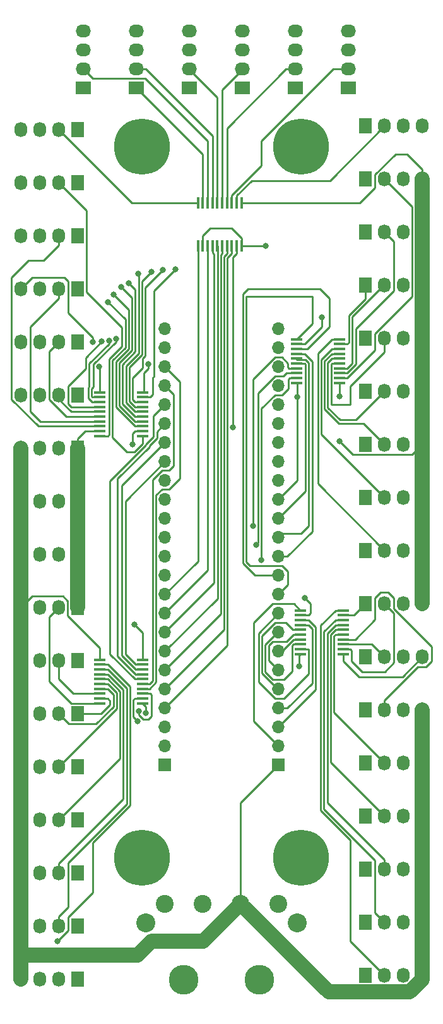
<source format=gbr>
%TF.GenerationSoftware,KiCad,Pcbnew,(5.1.8)-1*%
%TF.CreationDate,2021-05-23T23:23:44-05:00*%
%TF.ProjectId,CircuitBoardV2,43697263-7569-4744-926f-61726456322e,rev?*%
%TF.SameCoordinates,Original*%
%TF.FileFunction,Copper,L1,Top*%
%TF.FilePolarity,Positive*%
%FSLAX46Y46*%
G04 Gerber Fmt 4.6, Leading zero omitted, Abs format (unit mm)*
G04 Created by KiCad (PCBNEW (5.1.8)-1) date 2021-05-23 23:23:44*
%MOMM*%
%LPD*%
G01*
G04 APERTURE LIST*
%TA.AperFunction,SMDPad,CuDef*%
%ADD10R,1.570000X0.410000*%
%TD*%
%TA.AperFunction,ComponentPad*%
%ADD11O,1.730000X2.030000*%
%TD*%
%TA.AperFunction,ComponentPad*%
%ADD12R,1.730000X2.030000*%
%TD*%
%TA.AperFunction,ComponentPad*%
%ADD13O,1.700000X1.700000*%
%TD*%
%TA.AperFunction,ComponentPad*%
%ADD14R,1.700000X1.700000*%
%TD*%
%TA.AperFunction,ComponentPad*%
%ADD15C,7.500000*%
%TD*%
%TA.AperFunction,SMDPad,CuDef*%
%ADD16R,0.410000X1.570000*%
%TD*%
%TA.AperFunction,ComponentPad*%
%ADD17C,2.540000*%
%TD*%
%TA.AperFunction,ComponentPad*%
%ADD18C,3.990000*%
%TD*%
%TA.AperFunction,ComponentPad*%
%ADD19C,2.400000*%
%TD*%
%TA.AperFunction,ComponentPad*%
%ADD20O,2.030000X1.730000*%
%TD*%
%TA.AperFunction,ComponentPad*%
%ADD21R,2.030000X1.730000*%
%TD*%
%TA.AperFunction,ViaPad*%
%ADD22C,0.800000*%
%TD*%
%TA.AperFunction,Conductor*%
%ADD23C,2.032000*%
%TD*%
%TA.AperFunction,Conductor*%
%ADD24C,0.250000*%
%TD*%
G04 APERTURE END LIST*
D10*
%TO.P,U5,1*%
%TO.N,Net-(J22-Pad24)*%
X116408000Y-135259000D03*
%TO.P,U5,2*%
%TO.N,Net-(J21-Pad15)*%
X116408000Y-134609000D03*
%TO.P,U5,3*%
%TO.N,Net-(J22-Pad23)*%
X116408000Y-133959000D03*
%TO.P,U5,4*%
%TO.N,Net-(J22-Pad22)*%
X116408000Y-133309000D03*
%TO.P,U5,5*%
%TO.N,Net-(J22-Pad21)*%
X116408000Y-132659000D03*
%TO.P,U5,6*%
%TO.N,Net-(J22-Pad20)*%
X116408000Y-132009000D03*
%TO.P,U5,7*%
%TO.N,Net-(J22-Pad19)*%
X116408000Y-131359000D03*
%TO.P,U5,8*%
%TO.N,Net-(J22-Pad18)*%
X116408000Y-130709000D03*
%TO.P,U5,9*%
%TO.N,Net-(J22-Pad17)*%
X116408000Y-130059000D03*
%TO.P,U5,10*%
%TO.N,Net-(J21-Pad15)*%
X116408000Y-129409000D03*
%TO.P,U5,11*%
%TO.N,Net-(J1-Pad4)*%
X110668000Y-129409000D03*
%TO.P,U5,12*%
%TO.N,Net-(J42-Pad2)*%
X110668000Y-130059000D03*
%TO.P,U5,13*%
%TO.N,Net-(J41-Pad2)*%
X110668000Y-130709000D03*
%TO.P,U5,14*%
%TO.N,Net-(J40-Pad2)*%
X110668000Y-131359000D03*
%TO.P,U5,15*%
%TO.N,Net-(J39-Pad2)*%
X110668000Y-132009000D03*
%TO.P,U5,16*%
%TO.N,Net-(J38-Pad2)*%
X110668000Y-132659000D03*
%TO.P,U5,17*%
%TO.N,Net-(J37-Pad2)*%
X110668000Y-133309000D03*
%TO.P,U5,18*%
%TO.N,Net-(J36-Pad2)*%
X110668000Y-133959000D03*
%TO.P,U5,19*%
%TO.N,Net-(J1-Pad1)*%
X110668000Y-134609000D03*
%TO.P,U5,20*%
%TO.N,Net-(J35-Pad2)*%
X110668000Y-135259000D03*
%TD*%
D11*
%TO.P,J31,4*%
%TO.N,Net-(J1-Pad4)*%
X100076000Y-93980000D03*
%TO.P,J31,3*%
%TO.N,Net-(J31-Pad3)*%
X102616000Y-93980000D03*
%TO.P,J31,2*%
%TO.N,Net-(J31-Pad2)*%
X105156000Y-93980000D03*
D12*
%TO.P,J31,1*%
%TO.N,Net-(J1-Pad1)*%
X107696000Y-93980000D03*
%TD*%
D13*
%TO.P,J21,24*%
%TO.N,Net-(J21-Pad24)*%
X134620000Y-85090000D03*
%TO.P,J21,23*%
%TO.N,Net-(J21-Pad23)*%
X134620000Y-87630000D03*
%TO.P,J21,22*%
%TO.N,Net-(J21-Pad22)*%
X134620000Y-90170000D03*
%TO.P,J21,21*%
%TO.N,Net-(J21-Pad21)*%
X134620000Y-92710000D03*
%TO.P,J21,20*%
%TO.N,Net-(J21-Pad20)*%
X134620000Y-95250000D03*
%TO.P,J21,19*%
%TO.N,Net-(J21-Pad19)*%
X134620000Y-97790000D03*
%TO.P,J21,18*%
%TO.N,Net-(J21-Pad18)*%
X134620000Y-100330000D03*
%TO.P,J21,17*%
%TO.N,Net-(J21-Pad17)*%
X134620000Y-102870000D03*
%TO.P,J21,16*%
%TO.N,Net-(J21-Pad16)*%
X134620000Y-105410000D03*
%TO.P,J21,15*%
%TO.N,Net-(J21-Pad15)*%
X134620000Y-107950000D03*
%TO.P,J21,14*%
%TO.N,Net-(J21-Pad14)*%
X134620000Y-110490000D03*
%TO.P,J21,13*%
%TO.N,Net-(J21-Pad13)*%
X134620000Y-113030000D03*
%TO.P,J21,12*%
%TO.N,Net-(J21-Pad12)*%
X134620000Y-115570000D03*
%TO.P,J21,11*%
%TO.N,Net-(J21-Pad11)*%
X134620000Y-118110000D03*
%TO.P,J21,10*%
%TO.N,Net-(J21-Pad10)*%
X134620000Y-120650000D03*
%TO.P,J21,9*%
%TO.N,Net-(J21-Pad9)*%
X134620000Y-123190000D03*
%TO.P,J21,8*%
%TO.N,Net-(J21-Pad8)*%
X134620000Y-125730000D03*
%TO.P,J21,7*%
%TO.N,Net-(J21-Pad7)*%
X134620000Y-128270000D03*
%TO.P,J21,6*%
%TO.N,Net-(J21-Pad6)*%
X134620000Y-130810000D03*
%TO.P,J21,5*%
%TO.N,Net-(J21-Pad5)*%
X134620000Y-133350000D03*
%TO.P,J21,4*%
%TO.N,Net-(J21-Pad4)*%
X134620000Y-135890000D03*
%TO.P,J21,3*%
%TO.N,Net-(J21-Pad3)*%
X134620000Y-138430000D03*
%TO.P,J21,2*%
%TO.N,Net-(J21-Pad2)*%
X134620000Y-140970000D03*
D14*
%TO.P,J21,1*%
%TO.N,Net-(J1-Pad4)*%
X134620000Y-143510000D03*
%TD*%
D10*
%TO.P,U1,20*%
%TO.N,Net-(J11-Pad2)*%
X143332000Y-122805000D03*
%TO.P,U1,19*%
%TO.N,Net-(J1-Pad1)*%
X143332000Y-123455000D03*
%TO.P,U1,18*%
%TO.N,Net-(J12-Pad2)*%
X143332000Y-124105000D03*
%TO.P,U1,17*%
%TO.N,Net-(J13-Pad2)*%
X143332000Y-124755000D03*
%TO.P,U1,16*%
%TO.N,Net-(J14-Pad2)*%
X143332000Y-125405000D03*
%TO.P,U1,15*%
%TO.N,Net-(J15-Pad2)*%
X143332000Y-126055000D03*
%TO.P,U1,14*%
%TO.N,Net-(J16-Pad2)*%
X143332000Y-126705000D03*
%TO.P,U1,13*%
%TO.N,Net-(J17-Pad2)*%
X143332000Y-127355000D03*
%TO.P,U1,12*%
%TO.N,Net-(J18-Pad2)*%
X143332000Y-128005000D03*
%TO.P,U1,11*%
%TO.N,Net-(J1-Pad4)*%
X143332000Y-128655000D03*
%TO.P,U1,10*%
%TO.N,Net-(J21-Pad15)*%
X137592000Y-128655000D03*
%TO.P,U1,9*%
%TO.N,Net-(J21-Pad9)*%
X137592000Y-128005000D03*
%TO.P,U1,8*%
%TO.N,Net-(J21-Pad8)*%
X137592000Y-127355000D03*
%TO.P,U1,7*%
%TO.N,Net-(J21-Pad7)*%
X137592000Y-126705000D03*
%TO.P,U1,6*%
%TO.N,Net-(J21-Pad6)*%
X137592000Y-126055000D03*
%TO.P,U1,5*%
%TO.N,Net-(J21-Pad5)*%
X137592000Y-125405000D03*
%TO.P,U1,4*%
%TO.N,Net-(J21-Pad4)*%
X137592000Y-124755000D03*
%TO.P,U1,3*%
%TO.N,Net-(J21-Pad3)*%
X137592000Y-124105000D03*
%TO.P,U1,2*%
%TO.N,Net-(J21-Pad15)*%
X137592000Y-123455000D03*
%TO.P,U1,1*%
%TO.N,Net-(J21-Pad2)*%
X137592000Y-122805000D03*
%TD*%
D15*
%TO.P,REF\u002A\u002A,1*%
%TO.N,N/C*%
X137668000Y-60706000D03*
%TD*%
%TO.P,REF\u002A\u002A,1*%
%TO.N,N/C*%
X116332000Y-60706000D03*
%TD*%
%TO.P,REF\u002A\u002A,1*%
%TO.N,N/C*%
X137668000Y-155956000D03*
%TD*%
%TO.P,REF\u002A\u002A,1*%
%TO.N,N/C*%
X116332000Y-155956000D03*
%TD*%
D11*
%TO.P,J37,4*%
%TO.N,Net-(J1-Pad4)*%
X100076000Y-136652000D03*
%TO.P,J37,3*%
%TO.N,Net-(J37-Pad3)*%
X102616000Y-136652000D03*
%TO.P,J37,2*%
%TO.N,Net-(J37-Pad2)*%
X105156000Y-136652000D03*
D12*
%TO.P,J37,1*%
%TO.N,Net-(J1-Pad1)*%
X107696000Y-136652000D03*
%TD*%
%TO.P,J40,1*%
%TO.N,Net-(J1-Pad1)*%
X107696000Y-157988000D03*
D11*
%TO.P,J40,2*%
%TO.N,Net-(J40-Pad2)*%
X105156000Y-157988000D03*
%TO.P,J40,3*%
%TO.N,Net-(J40-Pad3)*%
X102616000Y-157988000D03*
%TO.P,J40,4*%
%TO.N,Net-(J1-Pad4)*%
X100076000Y-157988000D03*
%TD*%
D10*
%TO.P,U4,20*%
%TO.N,Net-(J27-Pad2)*%
X110668000Y-99445000D03*
%TO.P,U4,19*%
%TO.N,Net-(J1-Pad1)*%
X110668000Y-98795000D03*
%TO.P,U4,18*%
%TO.N,Net-(J28-Pad2)*%
X110668000Y-98145000D03*
%TO.P,U4,17*%
%TO.N,Net-(J29-Pad2)*%
X110668000Y-97495000D03*
%TO.P,U4,16*%
%TO.N,Net-(J30-Pad2)*%
X110668000Y-96845000D03*
%TO.P,U4,15*%
%TO.N,Net-(J31-Pad2)*%
X110668000Y-96195000D03*
%TO.P,U4,14*%
%TO.N,Net-(J32-Pad2)*%
X110668000Y-95545000D03*
%TO.P,U4,13*%
%TO.N,Net-(J33-Pad2)*%
X110668000Y-94895000D03*
%TO.P,U4,12*%
%TO.N,Net-(J34-Pad2)*%
X110668000Y-94245000D03*
%TO.P,U4,11*%
%TO.N,Net-(J1-Pad4)*%
X110668000Y-93595000D03*
%TO.P,U4,10*%
%TO.N,Net-(J21-Pad15)*%
X116408000Y-93595000D03*
%TO.P,U4,9*%
%TO.N,Net-(J21-Pad24)*%
X116408000Y-94245000D03*
%TO.P,U4,8*%
%TO.N,Net-(J21-Pad23)*%
X116408000Y-94895000D03*
%TO.P,U4,7*%
%TO.N,Net-(J21-Pad22)*%
X116408000Y-95545000D03*
%TO.P,U4,6*%
%TO.N,Net-(J21-Pad21)*%
X116408000Y-96195000D03*
%TO.P,U4,5*%
%TO.N,Net-(J21-Pad20)*%
X116408000Y-96845000D03*
%TO.P,U4,4*%
%TO.N,Net-(J21-Pad19)*%
X116408000Y-97495000D03*
%TO.P,U4,3*%
%TO.N,Net-(J21-Pad18)*%
X116408000Y-98145000D03*
%TO.P,U4,2*%
%TO.N,Net-(J21-Pad15)*%
X116408000Y-98795000D03*
%TO.P,U4,1*%
%TO.N,Net-(J21-Pad17)*%
X116408000Y-99445000D03*
%TD*%
D16*
%TO.P,U3,1*%
%TO.N,Net-(J22-Pad10)*%
X123821000Y-73990000D03*
%TO.P,U3,2*%
%TO.N,Net-(J21-Pad15)*%
X124471000Y-73990000D03*
%TO.P,U3,3*%
%TO.N,Net-(J22-Pad9)*%
X125121000Y-73990000D03*
%TO.P,U3,4*%
%TO.N,Net-(J22-Pad8)*%
X125771000Y-73990000D03*
%TO.P,U3,5*%
%TO.N,Net-(J22-Pad7)*%
X126421000Y-73990000D03*
%TO.P,U3,6*%
%TO.N,Net-(J22-Pad6)*%
X127071000Y-73990000D03*
%TO.P,U3,7*%
%TO.N,Net-(J22-Pad5)*%
X127721000Y-73990000D03*
%TO.P,U3,8*%
%TO.N,Net-(J22-Pad4)*%
X128371000Y-73990000D03*
%TO.P,U3,9*%
%TO.N,Net-(J21-Pad16)*%
X129021000Y-73990000D03*
%TO.P,U3,10*%
%TO.N,Net-(J21-Pad15)*%
X129671000Y-73990000D03*
%TO.P,U3,11*%
%TO.N,Net-(J1-Pad4)*%
X129671000Y-68250000D03*
%TO.P,U3,12*%
%TO.N,Net-(J26-Pad2)*%
X129021000Y-68250000D03*
%TO.P,U3,13*%
%TO.N,Net-(J25-Pad2)*%
X128371000Y-68250000D03*
%TO.P,U3,14*%
%TO.N,Net-(J24-Pad2)*%
X127721000Y-68250000D03*
%TO.P,U3,15*%
%TO.N,Net-(J23-Pad2)*%
X127071000Y-68250000D03*
%TO.P,U3,16*%
%TO.N,Net-(J10-Pad2)*%
X126421000Y-68250000D03*
%TO.P,U3,17*%
%TO.N,Net-(J6-Pad2)*%
X125771000Y-68250000D03*
%TO.P,U3,18*%
%TO.N,Net-(J9-Pad2)*%
X125121000Y-68250000D03*
%TO.P,U3,19*%
%TO.N,Net-(J1-Pad1)*%
X124471000Y-68250000D03*
%TO.P,U3,20*%
%TO.N,Net-(J8-Pad2)*%
X123821000Y-68250000D03*
%TD*%
D10*
%TO.P,U2,20*%
%TO.N,Net-(J19-Pad2)*%
X142824000Y-86483000D03*
%TO.P,U2,19*%
%TO.N,Net-(J1-Pad1)*%
X142824000Y-87133000D03*
%TO.P,U2,18*%
%TO.N,Net-(J20-Pad2)*%
X142824000Y-87783000D03*
%TO.P,U2,17*%
%TO.N,Net-(J3-Pad2)*%
X142824000Y-88433000D03*
%TO.P,U2,16*%
%TO.N,Net-(J1-Pad2)*%
X142824000Y-89083000D03*
%TO.P,U2,15*%
%TO.N,Net-(J2-Pad2)*%
X142824000Y-89733000D03*
%TO.P,U2,14*%
%TO.N,Net-(J4-Pad2)*%
X142824000Y-90383000D03*
%TO.P,U2,13*%
%TO.N,Net-(J5-Pad2)*%
X142824000Y-91033000D03*
%TO.P,U2,12*%
%TO.N,Net-(J7-Pad2)*%
X142824000Y-91683000D03*
%TO.P,U2,11*%
%TO.N,Net-(J1-Pad4)*%
X142824000Y-92333000D03*
%TO.P,U2,10*%
%TO.N,Net-(J21-Pad15)*%
X137084000Y-92333000D03*
%TO.P,U2,9*%
%TO.N,Net-(J22-Pad11)*%
X137084000Y-91683000D03*
%TO.P,U2,8*%
%TO.N,Net-(J22-Pad12)*%
X137084000Y-91033000D03*
%TO.P,U2,7*%
%TO.N,Net-(J22-Pad13)*%
X137084000Y-90383000D03*
%TO.P,U2,6*%
%TO.N,Net-(J21-Pad14)*%
X137084000Y-89733000D03*
%TO.P,U2,5*%
%TO.N,Net-(J21-Pad13)*%
X137084000Y-89083000D03*
%TO.P,U2,4*%
%TO.N,Net-(J21-Pad12)*%
X137084000Y-88433000D03*
%TO.P,U2,3*%
%TO.N,Net-(J21-Pad11)*%
X137084000Y-87783000D03*
%TO.P,U2,2*%
%TO.N,Net-(J21-Pad15)*%
X137084000Y-87133000D03*
%TO.P,U2,1*%
%TO.N,Net-(J21-Pad10)*%
X137084000Y-86483000D03*
%TD*%
D11*
%TO.P,J5,4*%
%TO.N,Net-(J1-Pad4)*%
X153924000Y-72136000D03*
%TO.P,J5,3*%
%TO.N,Net-(J5-Pad3)*%
X151384000Y-72136000D03*
%TO.P,J5,2*%
%TO.N,Net-(J5-Pad2)*%
X148844000Y-72136000D03*
D12*
%TO.P,J5,1*%
%TO.N,Net-(J1-Pad1)*%
X146304000Y-72136000D03*
%TD*%
D11*
%TO.P,J1,4*%
%TO.N,Net-(J1-Pad4)*%
X153924000Y-93472000D03*
%TO.P,J1,3*%
%TO.N,Net-(J1-Pad3)*%
X151384000Y-93472000D03*
%TO.P,J1,2*%
%TO.N,Net-(J1-Pad2)*%
X148844000Y-93472000D03*
D12*
%TO.P,J1,1*%
%TO.N,Net-(J1-Pad1)*%
X146304000Y-93472000D03*
%TD*%
D11*
%TO.P,J3,4*%
%TO.N,Net-(J1-Pad4)*%
X153924000Y-100584000D03*
%TO.P,J3,3*%
%TO.N,Net-(J3-Pad3)*%
X151384000Y-100584000D03*
%TO.P,J3,2*%
%TO.N,Net-(J3-Pad2)*%
X148844000Y-100584000D03*
D12*
%TO.P,J3,1*%
%TO.N,Net-(J1-Pad1)*%
X146304000Y-100584000D03*
%TD*%
D11*
%TO.P,J35,4*%
%TO.N,Net-(J1-Pad4)*%
X100076000Y-122428000D03*
%TO.P,J35,3*%
%TO.N,Net-(J35-Pad3)*%
X102616000Y-122428000D03*
%TO.P,J35,2*%
%TO.N,Net-(J35-Pad2)*%
X105156000Y-122428000D03*
D12*
%TO.P,J35,1*%
%TO.N,Net-(J1-Pad1)*%
X107696000Y-122428000D03*
%TD*%
%TO.P,J38,1*%
%TO.N,Net-(J1-Pad1)*%
X107696000Y-143764000D03*
D11*
%TO.P,J38,2*%
%TO.N,Net-(J38-Pad2)*%
X105156000Y-143764000D03*
%TO.P,J38,3*%
%TO.N,Net-(J38-Pad3)*%
X102616000Y-143764000D03*
%TO.P,J38,4*%
%TO.N,Net-(J1-Pad4)*%
X100076000Y-143764000D03*
%TD*%
%TO.P,J36,4*%
%TO.N,Net-(J1-Pad4)*%
X100076000Y-129540000D03*
%TO.P,J36,3*%
%TO.N,Net-(J36-Pad3)*%
X102616000Y-129540000D03*
%TO.P,J36,2*%
%TO.N,Net-(J36-Pad2)*%
X105156000Y-129540000D03*
D12*
%TO.P,J36,1*%
%TO.N,Net-(J1-Pad1)*%
X107696000Y-129540000D03*
%TD*%
%TO.P,J39,1*%
%TO.N,Net-(J1-Pad1)*%
X107696000Y-150876000D03*
D11*
%TO.P,J39,2*%
%TO.N,Net-(J39-Pad2)*%
X105156000Y-150876000D03*
%TO.P,J39,3*%
%TO.N,Net-(J39-Pad3)*%
X102616000Y-150876000D03*
%TO.P,J39,4*%
%TO.N,Net-(J1-Pad4)*%
X100076000Y-150876000D03*
%TD*%
D12*
%TO.P,J41,1*%
%TO.N,Net-(J1-Pad1)*%
X107696000Y-165100000D03*
D11*
%TO.P,J41,2*%
%TO.N,Net-(J41-Pad2)*%
X105156000Y-165100000D03*
%TO.P,J41,3*%
%TO.N,Net-(J41-Pad3)*%
X102616000Y-165100000D03*
%TO.P,J41,4*%
%TO.N,Net-(J1-Pad4)*%
X100076000Y-165100000D03*
%TD*%
D17*
%TO.P,JMolex1,8*%
%TO.N,N/C*%
X116840000Y-164635000D03*
D18*
%TO.P,JMolex1,7*%
X121920000Y-172255000D03*
%TO.P,JMolex1,6*%
X132080000Y-172255000D03*
D17*
%TO.P,JMolex1,5*%
X137160000Y-164635000D03*
D19*
%TO.P,JMolex1,4*%
%TO.N,Net-(J1-Pad1)*%
X134620000Y-162095000D03*
%TO.P,JMolex1,3*%
%TO.N,Net-(J1-Pad4)*%
X129540000Y-162095000D03*
%TO.P,JMolex1,2*%
%TO.N,Net-(JMolex1-Pad2)*%
X124460000Y-162095000D03*
%TO.P,JMolex1,1*%
%TO.N,Net-(JMolex1-Pad1)*%
X119380000Y-162095000D03*
%TD*%
D12*
%TO.P,J42,1*%
%TO.N,Net-(J1-Pad1)*%
X107696000Y-172212000D03*
D11*
%TO.P,J42,2*%
%TO.N,Net-(J42-Pad2)*%
X105156000Y-172212000D03*
%TO.P,J42,3*%
%TO.N,Net-(J42-Pad3)*%
X102616000Y-172212000D03*
%TO.P,J42,4*%
%TO.N,Net-(J1-Pad4)*%
X100076000Y-172212000D03*
%TD*%
%TO.P,J34,4*%
%TO.N,Net-(J1-Pad4)*%
X100076000Y-115316000D03*
%TO.P,J34,3*%
%TO.N,Net-(J34-Pad3)*%
X102616000Y-115316000D03*
%TO.P,J34,2*%
%TO.N,Net-(J34-Pad2)*%
X105156000Y-115316000D03*
D12*
%TO.P,J34,1*%
%TO.N,Net-(J1-Pad1)*%
X107696000Y-115316000D03*
%TD*%
D11*
%TO.P,J33,4*%
%TO.N,Net-(J1-Pad4)*%
X100076000Y-108204000D03*
%TO.P,J33,3*%
%TO.N,Net-(J33-Pad3)*%
X102616000Y-108204000D03*
%TO.P,J33,2*%
%TO.N,Net-(J33-Pad2)*%
X105156000Y-108204000D03*
D12*
%TO.P,J33,1*%
%TO.N,Net-(J1-Pad1)*%
X107696000Y-108204000D03*
%TD*%
D11*
%TO.P,J32,4*%
%TO.N,Net-(J1-Pad4)*%
X100076000Y-101092000D03*
%TO.P,J32,3*%
%TO.N,Net-(J32-Pad3)*%
X102616000Y-101092000D03*
%TO.P,J32,2*%
%TO.N,Net-(J32-Pad2)*%
X105156000Y-101092000D03*
D12*
%TO.P,J32,1*%
%TO.N,Net-(J1-Pad1)*%
X107696000Y-101092000D03*
%TD*%
D11*
%TO.P,J30,4*%
%TO.N,Net-(J1-Pad4)*%
X100076000Y-86868000D03*
%TO.P,J30,3*%
%TO.N,Net-(J30-Pad3)*%
X102616000Y-86868000D03*
%TO.P,J30,2*%
%TO.N,Net-(J30-Pad2)*%
X105156000Y-86868000D03*
D12*
%TO.P,J30,1*%
%TO.N,Net-(J1-Pad1)*%
X107696000Y-86868000D03*
%TD*%
D11*
%TO.P,J29,4*%
%TO.N,Net-(J1-Pad4)*%
X100076000Y-79756000D03*
%TO.P,J29,3*%
%TO.N,Net-(J29-Pad3)*%
X102616000Y-79756000D03*
%TO.P,J29,2*%
%TO.N,Net-(J29-Pad2)*%
X105156000Y-79756000D03*
D12*
%TO.P,J29,1*%
%TO.N,Net-(J1-Pad1)*%
X107696000Y-79756000D03*
%TD*%
D11*
%TO.P,J28,4*%
%TO.N,Net-(J1-Pad4)*%
X100076000Y-72644000D03*
%TO.P,J28,3*%
%TO.N,Net-(J28-Pad3)*%
X102616000Y-72644000D03*
%TO.P,J28,2*%
%TO.N,Net-(J28-Pad2)*%
X105156000Y-72644000D03*
D12*
%TO.P,J28,1*%
%TO.N,Net-(J1-Pad1)*%
X107696000Y-72644000D03*
%TD*%
D11*
%TO.P,J27,4*%
%TO.N,Net-(J1-Pad4)*%
X100076000Y-65532000D03*
%TO.P,J27,3*%
%TO.N,Net-(J27-Pad3)*%
X102616000Y-65532000D03*
%TO.P,J27,2*%
%TO.N,Net-(J27-Pad2)*%
X105156000Y-65532000D03*
D12*
%TO.P,J27,1*%
%TO.N,Net-(J1-Pad1)*%
X107696000Y-65532000D03*
%TD*%
D11*
%TO.P,J26,4*%
%TO.N,Net-(J1-Pad4)*%
X153924000Y-57912000D03*
%TO.P,J26,3*%
%TO.N,Net-(J26-Pad3)*%
X151384000Y-57912000D03*
%TO.P,J26,2*%
%TO.N,Net-(J26-Pad2)*%
X148844000Y-57912000D03*
D12*
%TO.P,J26,1*%
%TO.N,Net-(J1-Pad1)*%
X146304000Y-57912000D03*
%TD*%
D20*
%TO.P,J25,4*%
%TO.N,Net-(J1-Pad4)*%
X144018000Y-45212000D03*
%TO.P,J25,3*%
%TO.N,Net-(J25-Pad3)*%
X144018000Y-47752000D03*
%TO.P,J25,2*%
%TO.N,Net-(J25-Pad2)*%
X144018000Y-50292000D03*
D21*
%TO.P,J25,1*%
%TO.N,Net-(J1-Pad1)*%
X144018000Y-52832000D03*
%TD*%
D20*
%TO.P,J24,4*%
%TO.N,Net-(J1-Pad4)*%
X136906000Y-45212000D03*
%TO.P,J24,3*%
%TO.N,Net-(J24-Pad3)*%
X136906000Y-47752000D03*
%TO.P,J24,2*%
%TO.N,Net-(J24-Pad2)*%
X136906000Y-50292000D03*
D21*
%TO.P,J24,1*%
%TO.N,Net-(J1-Pad1)*%
X136906000Y-52832000D03*
%TD*%
D20*
%TO.P,J23,4*%
%TO.N,Net-(J1-Pad4)*%
X129794000Y-45212000D03*
%TO.P,J23,3*%
%TO.N,Net-(J23-Pad3)*%
X129794000Y-47752000D03*
%TO.P,J23,2*%
%TO.N,Net-(J23-Pad2)*%
X129794000Y-50292000D03*
D21*
%TO.P,J23,1*%
%TO.N,Net-(J1-Pad1)*%
X129794000Y-52832000D03*
%TD*%
D13*
%TO.P,J22,24*%
%TO.N,Net-(J22-Pad24)*%
X119380000Y-85090000D03*
%TO.P,J22,23*%
%TO.N,Net-(J22-Pad23)*%
X119380000Y-87630000D03*
%TO.P,J22,22*%
%TO.N,Net-(J22-Pad22)*%
X119380000Y-90170000D03*
%TO.P,J22,21*%
%TO.N,Net-(J22-Pad21)*%
X119380000Y-92710000D03*
%TO.P,J22,20*%
%TO.N,Net-(J22-Pad20)*%
X119380000Y-95250000D03*
%TO.P,J22,19*%
%TO.N,Net-(J22-Pad19)*%
X119380000Y-97790000D03*
%TO.P,J22,18*%
%TO.N,Net-(J22-Pad18)*%
X119380000Y-100330000D03*
%TO.P,J22,17*%
%TO.N,Net-(J22-Pad17)*%
X119380000Y-102870000D03*
%TO.P,J22,16*%
%TO.N,Net-(J22-Pad16)*%
X119380000Y-105410000D03*
%TO.P,J22,15*%
%TO.N,Net-(J22-Pad15)*%
X119380000Y-107950000D03*
%TO.P,J22,14*%
%TO.N,Net-(J22-Pad14)*%
X119380000Y-110490000D03*
%TO.P,J22,13*%
%TO.N,Net-(J22-Pad13)*%
X119380000Y-113030000D03*
%TO.P,J22,12*%
%TO.N,Net-(J22-Pad12)*%
X119380000Y-115570000D03*
%TO.P,J22,11*%
%TO.N,Net-(J22-Pad11)*%
X119380000Y-118110000D03*
%TO.P,J22,10*%
%TO.N,Net-(J22-Pad10)*%
X119380000Y-120650000D03*
%TO.P,J22,9*%
%TO.N,Net-(J22-Pad9)*%
X119380000Y-123190000D03*
%TO.P,J22,8*%
%TO.N,Net-(J22-Pad8)*%
X119380000Y-125730000D03*
%TO.P,J22,7*%
%TO.N,Net-(J22-Pad7)*%
X119380000Y-128270000D03*
%TO.P,J22,6*%
%TO.N,Net-(J22-Pad6)*%
X119380000Y-130810000D03*
%TO.P,J22,5*%
%TO.N,Net-(J22-Pad5)*%
X119380000Y-133350000D03*
%TO.P,J22,4*%
%TO.N,Net-(J22-Pad4)*%
X119380000Y-135890000D03*
%TO.P,J22,3*%
%TO.N,Net-(J22-Pad3)*%
X119380000Y-138430000D03*
%TO.P,J22,2*%
%TO.N,Net-(J22-Pad2)*%
X119380000Y-140970000D03*
D14*
%TO.P,J22,1*%
%TO.N,Net-(J22-Pad1)*%
X119380000Y-143510000D03*
%TD*%
D11*
%TO.P,J20,4*%
%TO.N,Net-(J1-Pad4)*%
X153924000Y-107696000D03*
%TO.P,J20,3*%
%TO.N,Net-(J20-Pad3)*%
X151384000Y-107696000D03*
%TO.P,J20,2*%
%TO.N,Net-(J20-Pad2)*%
X148844000Y-107696000D03*
D12*
%TO.P,J20,1*%
%TO.N,Net-(J1-Pad1)*%
X146304000Y-107696000D03*
%TD*%
D11*
%TO.P,J19,4*%
%TO.N,Net-(J1-Pad4)*%
X153924000Y-114808000D03*
%TO.P,J19,3*%
%TO.N,Net-(J19-Pad3)*%
X151384000Y-114808000D03*
%TO.P,J19,2*%
%TO.N,Net-(J19-Pad2)*%
X148844000Y-114808000D03*
D12*
%TO.P,J19,1*%
%TO.N,Net-(J1-Pad1)*%
X146304000Y-114808000D03*
%TD*%
D11*
%TO.P,J18,4*%
%TO.N,Net-(J1-Pad4)*%
X153924000Y-121920000D03*
%TO.P,J18,3*%
%TO.N,Net-(J18-Pad3)*%
X151384000Y-121920000D03*
%TO.P,J18,2*%
%TO.N,Net-(J18-Pad2)*%
X148844000Y-121920000D03*
D12*
%TO.P,J18,1*%
%TO.N,Net-(J1-Pad1)*%
X146304000Y-121920000D03*
%TD*%
D11*
%TO.P,J17,4*%
%TO.N,Net-(J1-Pad4)*%
X153924000Y-129032000D03*
%TO.P,J17,3*%
%TO.N,Net-(J17-Pad3)*%
X151384000Y-129032000D03*
%TO.P,J17,2*%
%TO.N,Net-(J17-Pad2)*%
X148844000Y-129032000D03*
D12*
%TO.P,J17,1*%
%TO.N,Net-(J1-Pad1)*%
X146304000Y-129032000D03*
%TD*%
D11*
%TO.P,J16,4*%
%TO.N,Net-(J1-Pad4)*%
X153924000Y-136144000D03*
%TO.P,J16,3*%
%TO.N,Net-(J16-Pad3)*%
X151384000Y-136144000D03*
%TO.P,J16,2*%
%TO.N,Net-(J16-Pad2)*%
X148844000Y-136144000D03*
D12*
%TO.P,J16,1*%
%TO.N,Net-(J1-Pad1)*%
X146304000Y-136144000D03*
%TD*%
D11*
%TO.P,J15,4*%
%TO.N,Net-(J1-Pad4)*%
X153924000Y-143256000D03*
%TO.P,J15,3*%
%TO.N,Net-(J15-Pad3)*%
X151384000Y-143256000D03*
%TO.P,J15,2*%
%TO.N,Net-(J15-Pad2)*%
X148844000Y-143256000D03*
D12*
%TO.P,J15,1*%
%TO.N,Net-(J1-Pad1)*%
X146304000Y-143256000D03*
%TD*%
D11*
%TO.P,J14,4*%
%TO.N,Net-(J1-Pad4)*%
X153924000Y-150368000D03*
%TO.P,J14,3*%
%TO.N,Net-(J14-Pad3)*%
X151384000Y-150368000D03*
%TO.P,J14,2*%
%TO.N,Net-(J14-Pad2)*%
X148844000Y-150368000D03*
D12*
%TO.P,J14,1*%
%TO.N,Net-(J1-Pad1)*%
X146304000Y-150368000D03*
%TD*%
D11*
%TO.P,J13,4*%
%TO.N,Net-(J1-Pad4)*%
X153924000Y-157480000D03*
%TO.P,J13,3*%
%TO.N,Net-(J13-Pad3)*%
X151384000Y-157480000D03*
%TO.P,J13,2*%
%TO.N,Net-(J13-Pad2)*%
X148844000Y-157480000D03*
D12*
%TO.P,J13,1*%
%TO.N,Net-(J1-Pad1)*%
X146304000Y-157480000D03*
%TD*%
D11*
%TO.P,J12,4*%
%TO.N,Net-(J1-Pad4)*%
X153924000Y-164592000D03*
%TO.P,J12,3*%
%TO.N,Net-(J12-Pad3)*%
X151384000Y-164592000D03*
%TO.P,J12,2*%
%TO.N,Net-(J12-Pad2)*%
X148844000Y-164592000D03*
D12*
%TO.P,J12,1*%
%TO.N,Net-(J1-Pad1)*%
X146304000Y-164592000D03*
%TD*%
D11*
%TO.P,J11,4*%
%TO.N,Net-(J1-Pad4)*%
X153924000Y-171704000D03*
%TO.P,J11,3*%
%TO.N,Net-(J11-Pad3)*%
X151384000Y-171704000D03*
%TO.P,J11,2*%
%TO.N,Net-(J11-Pad2)*%
X148844000Y-171704000D03*
D12*
%TO.P,J11,1*%
%TO.N,Net-(J1-Pad1)*%
X146304000Y-171704000D03*
%TD*%
D20*
%TO.P,J10,4*%
%TO.N,Net-(J1-Pad4)*%
X122682000Y-45212000D03*
%TO.P,J10,3*%
%TO.N,Net-(J10-Pad3)*%
X122682000Y-47752000D03*
%TO.P,J10,2*%
%TO.N,Net-(J10-Pad2)*%
X122682000Y-50292000D03*
D21*
%TO.P,J10,1*%
%TO.N,Net-(J1-Pad1)*%
X122682000Y-52832000D03*
%TD*%
D20*
%TO.P,J9,4*%
%TO.N,Net-(J1-Pad4)*%
X108458000Y-45212000D03*
%TO.P,J9,3*%
%TO.N,Net-(J9-Pad3)*%
X108458000Y-47752000D03*
%TO.P,J9,2*%
%TO.N,Net-(J9-Pad2)*%
X108458000Y-50292000D03*
D21*
%TO.P,J9,1*%
%TO.N,Net-(J1-Pad1)*%
X108458000Y-52832000D03*
%TD*%
D11*
%TO.P,J8,4*%
%TO.N,Net-(J1-Pad4)*%
X100076000Y-58420000D03*
%TO.P,J8,3*%
%TO.N,Net-(J8-Pad3)*%
X102616000Y-58420000D03*
%TO.P,J8,2*%
%TO.N,Net-(J8-Pad2)*%
X105156000Y-58420000D03*
D12*
%TO.P,J8,1*%
%TO.N,Net-(J1-Pad1)*%
X107696000Y-58420000D03*
%TD*%
D11*
%TO.P,J7,4*%
%TO.N,Net-(J1-Pad4)*%
X153924000Y-65024000D03*
%TO.P,J7,3*%
%TO.N,Net-(J7-Pad3)*%
X151384000Y-65024000D03*
%TO.P,J7,2*%
%TO.N,Net-(J7-Pad2)*%
X148844000Y-65024000D03*
D12*
%TO.P,J7,1*%
%TO.N,Net-(J1-Pad1)*%
X146304000Y-65024000D03*
%TD*%
D20*
%TO.P,J6,4*%
%TO.N,Net-(J1-Pad4)*%
X115570000Y-45212000D03*
%TO.P,J6,3*%
%TO.N,Net-(J6-Pad3)*%
X115570000Y-47752000D03*
%TO.P,J6,2*%
%TO.N,Net-(J6-Pad2)*%
X115570000Y-50292000D03*
D21*
%TO.P,J6,1*%
%TO.N,Net-(J1-Pad1)*%
X115570000Y-52832000D03*
%TD*%
D11*
%TO.P,J4,4*%
%TO.N,Net-(J1-Pad4)*%
X153924000Y-79248000D03*
%TO.P,J4,3*%
%TO.N,Net-(J4-Pad3)*%
X151384000Y-79248000D03*
%TO.P,J4,2*%
%TO.N,Net-(J4-Pad2)*%
X148844000Y-79248000D03*
D12*
%TO.P,J4,1*%
%TO.N,Net-(J1-Pad1)*%
X146304000Y-79248000D03*
%TD*%
D11*
%TO.P,J2,4*%
%TO.N,Net-(J1-Pad4)*%
X153924000Y-86360000D03*
%TO.P,J2,3*%
%TO.N,Net-(J2-Pad3)*%
X151384000Y-86360000D03*
%TO.P,J2,2*%
%TO.N,Net-(J2-Pad2)*%
X148844000Y-86360000D03*
D12*
%TO.P,J2,1*%
%TO.N,Net-(J1-Pad1)*%
X146304000Y-86360000D03*
%TD*%
D22*
%TO.N,Net-(J1-Pad4)*%
X109728000Y-86868000D03*
X142824000Y-94158000D03*
X142824000Y-100152000D03*
X110527724Y-90202620D03*
%TO.N,Net-(J21-Pad24)*%
X120805842Y-77117842D03*
%TO.N,Net-(J21-Pad23)*%
X119126000Y-77216000D03*
%TO.N,Net-(J21-Pad22)*%
X117584963Y-77452963D03*
%TO.N,Net-(J21-Pad21)*%
X115824000Y-77724000D03*
%TO.N,Net-(J21-Pad20)*%
X114554000Y-78994014D03*
%TO.N,Net-(J21-Pad19)*%
X113538000Y-79502000D03*
%TO.N,Net-(J21-Pad18)*%
X112522010Y-80518000D03*
%TO.N,Net-(J21-Pad17)*%
X111760000Y-81533998D03*
%TO.N,Net-(J21-Pad16)*%
X128509054Y-98298000D03*
%TO.N,Net-(J21-Pad15)*%
X132918000Y-73990000D03*
X140462000Y-83566000D03*
X137160000Y-94234000D03*
X138176000Y-121158000D03*
X137414000Y-130302000D03*
X115315994Y-124714000D03*
X115062000Y-100584000D03*
X117163271Y-89841943D03*
X115732759Y-137643080D03*
%TO.N,Net-(J22-Pad24)*%
X116840001Y-136576236D03*
%TO.N,Net-(J22-Pad23)*%
X115889087Y-136266340D03*
%TO.N,Net-(J22-Pad13)*%
X131178478Y-111507112D03*
%TO.N,Net-(J22-Pad12)*%
X131628489Y-114046000D03*
%TO.N,Net-(J22-Pad11)*%
X132353499Y-116097499D03*
%TO.N,Net-(J32-Pad2)*%
X110892476Y-86814746D03*
%TO.N,Net-(J33-Pad2)*%
X111887938Y-86719455D03*
%TO.N,Net-(J34-Pad2)*%
X112838173Y-86405632D03*
%TO.N,Net-(J42-Pad2)*%
X104956928Y-167132000D03*
%TD*%
D23*
%TO.N,Net-(J1-Pad4)*%
X153924000Y-72136000D02*
X153924000Y-65024000D01*
X153924000Y-79248000D02*
X153924000Y-72136000D01*
X153924000Y-86360000D02*
X153924000Y-79248000D01*
X153924000Y-93472000D02*
X153924000Y-86360000D01*
X153924000Y-100584000D02*
X153924000Y-93472000D01*
X153924000Y-107696000D02*
X153924000Y-100584000D01*
X153924000Y-114808000D02*
X153924000Y-107696000D01*
X153924000Y-121920000D02*
X153924000Y-114808000D01*
X153924000Y-143256000D02*
X153924000Y-136144000D01*
X153924000Y-171704000D02*
X153924000Y-172256992D01*
X152245991Y-173935001D02*
X141380001Y-173935001D01*
X153924000Y-172256992D02*
X152245991Y-173935001D01*
X141380001Y-173935001D02*
X129540000Y-162095000D01*
X153924000Y-150368000D02*
X153924000Y-143256000D01*
X153924000Y-157480000D02*
X153924000Y-150368000D01*
X153924000Y-164592000D02*
X153924000Y-157480000D01*
X153924000Y-171704000D02*
X153924000Y-164592000D01*
D24*
X151253000Y-131703000D02*
X153924000Y-129032000D01*
D23*
X124513999Y-167121001D02*
X117612999Y-167121001D01*
X129540000Y-162095000D02*
X124513999Y-167121001D01*
X100076000Y-172212000D02*
X100076000Y-165100000D01*
X100076000Y-165100000D02*
X100076000Y-157988000D01*
X100076000Y-157988000D02*
X100076000Y-150876000D01*
X100076000Y-150876000D02*
X100076000Y-143764000D01*
X100076000Y-143764000D02*
X100076000Y-136652000D01*
X100076000Y-136652000D02*
X100076000Y-129540000D01*
X100076000Y-129540000D02*
X100076000Y-122428000D01*
X100076000Y-122428000D02*
X100076000Y-115316000D01*
X100076000Y-115316000D02*
X100076000Y-108204000D01*
X100076000Y-108204000D02*
X100076000Y-101092000D01*
X100076000Y-169165000D02*
X100076000Y-172212000D01*
X100214999Y-169026001D02*
X100076000Y-169165000D01*
X115707999Y-169026001D02*
X100214999Y-169026001D01*
X117612999Y-167121001D02*
X115707999Y-169026001D01*
D24*
X142824000Y-92333000D02*
X142824000Y-94158000D01*
X142824000Y-94158000D02*
X142824000Y-94158000D01*
X152583990Y-101924010D02*
X153924000Y-100584000D01*
X144596010Y-101924010D02*
X152583990Y-101924010D01*
X142824000Y-100152000D02*
X144596010Y-101924010D01*
X129540000Y-148590000D02*
X129540000Y-162095000D01*
X134620000Y-143510000D02*
X129540000Y-148590000D01*
X151253000Y-131703000D02*
X145419000Y-131703000D01*
X143332000Y-129616000D02*
X143332000Y-128655000D01*
X145419000Y-131703000D02*
X143332000Y-129616000D01*
X110668000Y-90342896D02*
X110527724Y-90202620D01*
X110668000Y-93595000D02*
X110668000Y-90342896D01*
X101600000Y-120904000D02*
X100076000Y-122428000D01*
X105691464Y-120904000D02*
X101600000Y-120904000D01*
X106346010Y-121558546D02*
X105691464Y-120904000D01*
X106346010Y-123543012D02*
X106346010Y-121558546D01*
X110668000Y-127865002D02*
X106346010Y-123543012D01*
X110668000Y-129409000D02*
X110668000Y-127865002D01*
X153924000Y-63759000D02*
X153924000Y-65024000D01*
X150313072Y-61722000D02*
X151887000Y-61722000D01*
X147574000Y-64461072D02*
X150313072Y-61722000D01*
X151887000Y-61722000D02*
X153924000Y-63759000D01*
X147574000Y-66219002D02*
X147574000Y-64461072D01*
X145543002Y-68250000D02*
X147574000Y-66219002D01*
X129671000Y-68250000D02*
X145543002Y-68250000D01*
X101600000Y-78232000D02*
X100076000Y-79756000D01*
X105918000Y-78232000D02*
X101600000Y-78232000D01*
X106426000Y-78740000D02*
X105918000Y-78232000D01*
X106426000Y-83000315D02*
X106426000Y-78740000D01*
X109728000Y-86302315D02*
X106426000Y-83000315D01*
X109728000Y-86868000D02*
X109728000Y-86302315D01*
%TO.N,Net-(J1-Pad2)*%
X142882055Y-97282000D02*
X141246044Y-95645989D01*
X148844000Y-93472000D02*
X145034000Y-97282000D01*
X141246044Y-95645989D02*
X141246044Y-89625956D01*
X141789000Y-89083000D02*
X142824000Y-89083000D01*
X141246044Y-89625956D02*
X141789000Y-89083000D01*
X145034000Y-97282000D02*
X142882055Y-97282000D01*
%TO.N,Net-(J1-Pad1)*%
X142824000Y-87133000D02*
X143859000Y-87133000D01*
X143859000Y-87133000D02*
X144075990Y-86916010D01*
X144075991Y-83304601D02*
X146304000Y-81076592D01*
X144075990Y-86916010D02*
X144075991Y-83304601D01*
X146304000Y-81076592D02*
X146304000Y-79248000D01*
D23*
X107696000Y-101092000D02*
X107696000Y-108204000D01*
X107696000Y-108204000D02*
X107696000Y-115316000D01*
X107696000Y-115316000D02*
X107696000Y-122428000D01*
D24*
X107696000Y-129878000D02*
X107696000Y-129540000D01*
X124471000Y-61733000D02*
X115570000Y-52832000D01*
X124471000Y-68250000D02*
X124471000Y-61733000D01*
X144769000Y-123455000D02*
X146304000Y-121920000D01*
X143332000Y-123455000D02*
X144769000Y-123455000D01*
X108728000Y-98795000D02*
X110668000Y-98795000D01*
X107696000Y-99827000D02*
X108728000Y-98795000D01*
X107696000Y-101092000D02*
X107696000Y-99827000D01*
X111703000Y-134609000D02*
X110668000Y-134609000D01*
X112014000Y-134920000D02*
X111703000Y-134609000D01*
X112014000Y-135488002D02*
X112014000Y-134920000D01*
X110850002Y-136652000D02*
X112014000Y-135488002D01*
X107696000Y-136652000D02*
X110850002Y-136652000D01*
%TO.N,Net-(J2-Pad2)*%
X148844000Y-88195666D02*
X148844000Y-86360000D01*
X144272000Y-92767666D02*
X148844000Y-88195666D01*
X144272000Y-95250000D02*
X144272000Y-92767666D01*
X141732000Y-95250000D02*
X144272000Y-95250000D01*
X141696055Y-95214055D02*
X141732000Y-95250000D01*
X141789000Y-89733000D02*
X141696055Y-89825945D01*
X141696055Y-89825945D02*
X141696055Y-95214055D01*
X142824000Y-89733000D02*
X141789000Y-89733000D01*
%TO.N,Net-(J3-Pad2)*%
X140796033Y-95832390D02*
X140796033Y-89425967D01*
X140796033Y-89425967D02*
X141789000Y-88433000D01*
X141789000Y-88433000D02*
X142824000Y-88433000D01*
X142770043Y-97806400D02*
X140796033Y-95832390D01*
X146066400Y-97806400D02*
X142770043Y-97806400D01*
X148844000Y-100584000D02*
X146066400Y-97806400D01*
%TO.N,Net-(J4-Pad2)*%
X144526000Y-89716000D02*
X144526000Y-83491002D01*
X144526000Y-83491002D02*
X148769002Y-79248000D01*
X148769002Y-79248000D02*
X148844000Y-79248000D01*
X142824000Y-90383000D02*
X143859000Y-90383000D01*
X143859000Y-90383000D02*
X144526000Y-89716000D01*
%TO.N,Net-(J5-Pad2)*%
X150114000Y-73406000D02*
X148844000Y-72136000D01*
X150114000Y-80037464D02*
X150114000Y-73406000D01*
X145034000Y-85117464D02*
X150114000Y-80037464D01*
X145034000Y-89858000D02*
X145034000Y-85117464D01*
X143859000Y-91033000D02*
X145034000Y-89858000D01*
X142824000Y-91033000D02*
X143859000Y-91033000D01*
%TO.N,Net-(J6-Pad2)*%
X125771000Y-59228000D02*
X116835000Y-50292000D01*
X125771000Y-68250000D02*
X125771000Y-59228000D01*
X116835000Y-50292000D02*
X115570000Y-50292000D01*
%TO.N,Net-(J7-Pad2)*%
X152574010Y-68754010D02*
X148844000Y-65024000D01*
X152574010Y-80797062D02*
X152574010Y-68754010D01*
X147574000Y-85797072D02*
X152574010Y-80797062D01*
X147574000Y-87968000D02*
X147574000Y-85797072D01*
X143859000Y-91683000D02*
X147574000Y-87968000D01*
X142824000Y-91683000D02*
X143859000Y-91683000D01*
%TO.N,Net-(J8-Pad2)*%
X114986000Y-68250000D02*
X105156000Y-58420000D01*
X123821000Y-68250000D02*
X114986000Y-68250000D01*
%TO.N,Net-(J9-Pad2)*%
X109728000Y-51562000D02*
X108458000Y-50292000D01*
X116765002Y-51562000D02*
X109728000Y-51562000D01*
X125121000Y-59917998D02*
X116765002Y-51562000D01*
X125121000Y-68250000D02*
X125121000Y-59917998D01*
%TO.N,Net-(J10-Pad2)*%
X122682000Y-50366998D02*
X122682000Y-50292000D01*
X126421000Y-54105998D02*
X122682000Y-50366998D01*
X126421000Y-68250000D02*
X126421000Y-54105998D01*
%TO.N,Net-(J11-Pad2)*%
X142297000Y-122805000D02*
X143332000Y-122805000D01*
X140288031Y-124813969D02*
X142297000Y-122805000D01*
X140288031Y-149635439D02*
X140288031Y-124813969D01*
X144272000Y-153619408D02*
X140288031Y-149635439D01*
X144272000Y-167132000D02*
X144272000Y-153619408D01*
X148844000Y-171704000D02*
X144272000Y-167132000D01*
%TO.N,Net-(J12-Pad2)*%
X140738042Y-125663958D02*
X142297000Y-124105000D01*
X140738042Y-149449040D02*
X140738042Y-125663958D01*
X147574000Y-156284998D02*
X140738042Y-149449040D01*
X147574000Y-163322000D02*
X147574000Y-156284998D01*
X142297000Y-124105000D02*
X143332000Y-124105000D01*
X148844000Y-164592000D02*
X147574000Y-163322000D01*
%TO.N,Net-(J13-Pad2)*%
X141188053Y-148559053D02*
X148844000Y-156215000D01*
X148844000Y-156215000D02*
X148844000Y-157480000D01*
X142297000Y-124755000D02*
X141188053Y-125863947D01*
X141188053Y-125863947D02*
X141188053Y-148559053D01*
X143332000Y-124755000D02*
X142297000Y-124755000D01*
%TO.N,Net-(J14-Pad2)*%
X142297000Y-125405000D02*
X143332000Y-125405000D01*
X141638064Y-126063936D02*
X142297000Y-125405000D01*
X141638064Y-143162064D02*
X141638064Y-126063936D01*
X148844000Y-150368000D02*
X141638064Y-143162064D01*
%TO.N,Net-(J15-Pad2)*%
X142297000Y-126055000D02*
X143332000Y-126055000D01*
X142088075Y-126263925D02*
X142297000Y-126055000D01*
X142088075Y-136500075D02*
X142088075Y-126263925D01*
X148844000Y-143256000D02*
X142088075Y-136500075D01*
%TO.N,Net-(J16-Pad2)*%
X148844000Y-134879000D02*
X148844000Y-136144000D01*
X153350990Y-130372010D02*
X148844000Y-134879000D01*
X154416918Y-130372010D02*
X153350990Y-130372010D01*
X155194000Y-127633590D02*
X155194000Y-129594928D01*
X150114000Y-122553590D02*
X155194000Y-127633590D01*
X150114000Y-121158000D02*
X150114000Y-122553590D01*
X149352000Y-120396000D02*
X150114000Y-121158000D01*
X148308536Y-120396000D02*
X149352000Y-120396000D01*
X155194000Y-129594928D02*
X154416918Y-130372010D01*
X147574000Y-121130536D02*
X148308536Y-120396000D01*
X144906092Y-126705000D02*
X147574000Y-124037092D01*
X147574000Y-124037092D02*
X147574000Y-121130536D01*
X143332000Y-126705000D02*
X144906092Y-126705000D01*
%TO.N,Net-(J17-Pad2)*%
X147167000Y-127355000D02*
X148844000Y-129032000D01*
X143332000Y-127355000D02*
X147167000Y-127355000D01*
%TO.N,Net-(J18-Pad2)*%
X150114000Y-123190000D02*
X148844000Y-121920000D01*
X150114000Y-129821464D02*
X150114000Y-123190000D01*
X145859998Y-131053000D02*
X148882464Y-131053000D01*
X144442001Y-129635003D02*
X145859998Y-131053000D01*
X148882464Y-131053000D02*
X150114000Y-129821464D01*
X144442001Y-128189999D02*
X144442001Y-129635003D01*
X144257002Y-128005000D02*
X144442001Y-128189999D01*
X143332000Y-128005000D02*
X144257002Y-128005000D01*
%TO.N,Net-(J19-Pad2)*%
X148844000Y-114808000D02*
X139896011Y-105860011D01*
X139896011Y-105860011D02*
X139896011Y-88375989D01*
X141789000Y-86483000D02*
X142824000Y-86483000D01*
X139896011Y-88375989D02*
X141789000Y-86483000D01*
%TO.N,Net-(J20-Pad2)*%
X141789000Y-87783000D02*
X142824000Y-87783000D01*
X140346022Y-99198022D02*
X140346022Y-89225978D01*
X140346022Y-89225978D02*
X141789000Y-87783000D01*
X148844000Y-107696000D02*
X140346022Y-99198022D01*
%TO.N,Net-(J21-Pad24)*%
X117772001Y-91629999D02*
X117888272Y-91513728D01*
X117888272Y-91513728D02*
X117888272Y-80035412D01*
X117888272Y-80035412D02*
X120805842Y-77117842D01*
X117772001Y-93915999D02*
X117443000Y-94245000D01*
X117443000Y-94245000D02*
X116408000Y-94245000D01*
X117772001Y-91629999D02*
X117772001Y-93915999D01*
%TO.N,Net-(J21-Pad23)*%
X115373000Y-94895000D02*
X116408000Y-94895000D01*
X115062000Y-94584000D02*
X115373000Y-94895000D01*
X116438261Y-90329078D02*
X115062000Y-91705339D01*
X116438261Y-89059026D02*
X116438261Y-90329078D01*
X116772466Y-88724821D02*
X116438261Y-89059026D01*
X115062000Y-91705339D02*
X115062000Y-94584000D01*
X116772466Y-79569534D02*
X116772466Y-88724821D01*
X119126000Y-77216000D02*
X116772466Y-79569534D01*
%TO.N,Net-(J21-Pad22)*%
X116322455Y-88538421D02*
X116322455Y-78715471D01*
X116408000Y-95545000D02*
X115373000Y-95545000D01*
X114611989Y-94783989D02*
X114611989Y-90248887D01*
X116322455Y-78715471D02*
X117584963Y-77452963D01*
X114611989Y-90248887D02*
X116322455Y-88538421D01*
X115373000Y-95545000D02*
X114611989Y-94783989D01*
%TO.N,Net-(J21-Pad21)*%
X114161978Y-94983978D02*
X115373000Y-96195000D01*
X115824000Y-77724000D02*
X115872444Y-77772444D01*
X115872444Y-88352021D02*
X114161978Y-90062487D01*
X114161978Y-90062487D02*
X114161978Y-94983978D01*
X115373000Y-96195000D02*
X116408000Y-96195000D01*
X115872444Y-77772444D02*
X115872444Y-88352021D01*
%TO.N,Net-(J21-Pad20)*%
X115422433Y-79862447D02*
X114554000Y-78994014D01*
X116408000Y-96845000D02*
X115373000Y-96845000D01*
X113711967Y-95183967D02*
X113711967Y-89876087D01*
X113711967Y-89876087D02*
X115422433Y-88165621D01*
X115373000Y-96845000D02*
X113711967Y-95183967D01*
X115422433Y-88165621D02*
X115422433Y-79862447D01*
%TO.N,Net-(J21-Pad19)*%
X113538000Y-79502000D02*
X114972422Y-80936422D01*
X114972422Y-80936422D02*
X114972422Y-87979221D01*
X115373000Y-97495000D02*
X116408000Y-97495000D01*
X113261956Y-89689687D02*
X113261956Y-95383956D01*
X113261956Y-95383956D02*
X115373000Y-97495000D01*
X114972422Y-87979221D02*
X113261956Y-89689687D01*
%TO.N,Net-(J21-Pad18)*%
X112811945Y-89503287D02*
X114522411Y-87792821D01*
X114522411Y-82518401D02*
X112522010Y-80518000D01*
X112811945Y-95583945D02*
X112811945Y-89503287D01*
X114522411Y-87792821D02*
X114522411Y-82518401D01*
X115373000Y-98145000D02*
X112811945Y-95583945D01*
X116408000Y-98145000D02*
X115373000Y-98145000D01*
%TO.N,Net-(J21-Pad17)*%
X112361934Y-89316887D02*
X114072400Y-87606421D01*
X116408000Y-99445000D02*
X116408000Y-100508000D01*
X112361934Y-99661934D02*
X112361934Y-89316887D01*
X116408000Y-100508000D02*
X115316000Y-101600000D01*
X115316000Y-101600000D02*
X114300000Y-101600000D01*
X114300000Y-101600000D02*
X112361934Y-99661934D01*
X114072400Y-87606421D02*
X114072400Y-83846398D01*
X114072400Y-83846398D02*
X111760000Y-81533998D01*
%TO.N,Net-(J21-Pad16)*%
X128509054Y-75536946D02*
X128509054Y-98298000D01*
X129021000Y-75025000D02*
X128509054Y-75536946D01*
X129021000Y-73990000D02*
X129021000Y-75025000D01*
%TO.N,Net-(J21-Pad15)*%
X124471000Y-73990000D02*
X124471000Y-72633000D01*
X124471000Y-72633000D02*
X125476000Y-71628000D01*
X129671000Y-72955000D02*
X129671000Y-73990000D01*
X128344000Y-71628000D02*
X129671000Y-72955000D01*
X125476000Y-71628000D02*
X128344000Y-71628000D01*
X129671000Y-73990000D02*
X132918000Y-73990000D01*
X132918000Y-73990000D02*
X132918000Y-73990000D01*
X138119000Y-87133000D02*
X137084000Y-87133000D01*
X140462000Y-84790000D02*
X138119000Y-87133000D01*
X140462000Y-83566000D02*
X140462000Y-84790000D01*
X137160000Y-92409000D02*
X137084000Y-92333000D01*
X137160000Y-94234000D02*
X137160000Y-92409000D01*
X137160000Y-105410000D02*
X134620000Y-107950000D01*
X137160000Y-94234000D02*
X137160000Y-105410000D01*
X138176000Y-121158000D02*
X138938000Y-121920000D01*
X138627000Y-123455000D02*
X137592000Y-123455000D01*
X138938000Y-123144000D02*
X138627000Y-123455000D01*
X138938000Y-121920000D02*
X138938000Y-123144000D01*
X137414000Y-128833000D02*
X137592000Y-128655000D01*
X137414000Y-130302000D02*
X137414000Y-128833000D01*
X115373000Y-98795000D02*
X116408000Y-98795000D01*
X115062000Y-99106000D02*
X115373000Y-98795000D01*
X115062000Y-100584000D02*
X115062000Y-99106000D01*
X116586000Y-90979000D02*
X117163271Y-90401729D01*
X117163271Y-90401729D02*
X117163271Y-89841943D01*
X116586000Y-93417000D02*
X116408000Y-93595000D01*
X116586000Y-90979000D02*
X116586000Y-93417000D01*
X116408000Y-125806006D02*
X116331997Y-125730003D01*
X116408000Y-129409000D02*
X116408000Y-125806006D01*
X116331997Y-125730003D02*
X115315994Y-124714000D01*
X115164077Y-137074398D02*
X115164077Y-134817923D01*
X115373000Y-134609000D02*
X116408000Y-134609000D01*
X115732759Y-137643080D02*
X115164077Y-137074398D01*
X115164077Y-134817923D02*
X115373000Y-134609000D01*
%TO.N,Net-(J21-Pad14)*%
X138119000Y-89733000D02*
X137084000Y-89733000D01*
X138233989Y-89847989D02*
X138119000Y-89733000D01*
X138233989Y-106876011D02*
X138233989Y-89847989D01*
X134620000Y-110490000D02*
X138233989Y-106876011D01*
%TO.N,Net-(J21-Pad13)*%
X137667994Y-112522000D02*
X135128000Y-112522000D01*
X135128000Y-112522000D02*
X134620000Y-113030000D01*
X138683997Y-111505997D02*
X137667994Y-112522000D01*
X137084000Y-89083000D02*
X137084000Y-89202999D01*
X137084000Y-89202999D02*
X138225409Y-89202999D01*
X138225409Y-89202999D02*
X138683999Y-89661589D01*
X138683999Y-89661589D02*
X138683997Y-111505997D01*
%TO.N,Net-(J21-Pad12)*%
X137084000Y-88433000D02*
X138119000Y-88433000D01*
X139134008Y-89448008D02*
X139134008Y-112258073D01*
X138119000Y-88433000D02*
X139134008Y-89448008D01*
X139134008Y-112258073D02*
X135822081Y-115570000D01*
X135822081Y-115570000D02*
X134620000Y-115570000D01*
%TO.N,Net-(J21-Pad11)*%
X129851989Y-80460011D02*
X129851989Y-116518400D01*
X140208000Y-79756000D02*
X130556000Y-79756000D01*
X141478000Y-81026000D02*
X140208000Y-79756000D01*
X137084000Y-87783000D02*
X138531000Y-87783000D01*
X141478000Y-84836000D02*
X141478000Y-81026000D01*
X138531000Y-87783000D02*
X141478000Y-84836000D01*
X130556000Y-79756000D02*
X129851989Y-80460011D01*
X131443589Y-118110000D02*
X134620000Y-118110000D01*
X129851989Y-116518400D02*
X131443589Y-118110000D01*
%TO.N,Net-(J21-Pad10)*%
X135890000Y-119380000D02*
X134620000Y-120650000D01*
X135890000Y-117602000D02*
X135890000Y-119380000D01*
X135128000Y-116840000D02*
X135890000Y-117602000D01*
X130810000Y-116840000D02*
X135128000Y-116840000D01*
X130302000Y-80772000D02*
X130302000Y-116332000D01*
X130302000Y-116332000D02*
X130810000Y-116840000D01*
X139192000Y-80772000D02*
X130302000Y-80772000D01*
X139192000Y-84375000D02*
X139192000Y-80772000D01*
X137084000Y-86483000D02*
X139192000Y-84375000D01*
%TO.N,Net-(J21-Pad9)*%
X138627000Y-128005000D02*
X137592000Y-128005000D01*
X135382000Y-134620000D02*
X138702001Y-131299999D01*
X134150998Y-134620000D02*
X135382000Y-134620000D01*
X131941978Y-132410980D02*
X134150998Y-134620000D01*
X131941978Y-125868022D02*
X131941978Y-132410980D01*
X134620000Y-123190000D02*
X131941978Y-125868022D01*
X138702001Y-128080001D02*
X138627000Y-128005000D01*
X138702001Y-131299999D02*
X138702001Y-128080001D01*
%TO.N,Net-(J21-Pad8)*%
X136481999Y-127539999D02*
X136666998Y-127355000D01*
X136481999Y-130980001D02*
X136481999Y-127539999D01*
X136666998Y-127355000D02*
X137592000Y-127355000D01*
X134491589Y-125730000D02*
X132842000Y-127379589D01*
X132842000Y-131064000D02*
X133858000Y-132080000D01*
X134620000Y-125730000D02*
X134491589Y-125730000D01*
X133858000Y-132080000D02*
X135382000Y-132080000D01*
X132842000Y-127379589D02*
X132842000Y-131064000D01*
X135382000Y-132080000D02*
X136481999Y-130980001D01*
%TO.N,Net-(J21-Pad7)*%
X134620000Y-128270000D02*
X134992000Y-128270000D01*
X136666998Y-126705000D02*
X137592000Y-126705000D01*
X135101998Y-128270000D02*
X136666998Y-126705000D01*
X134620000Y-128270000D02*
X135101998Y-128270000D01*
%TO.N,Net-(J21-Pad6)*%
X134620000Y-130810000D02*
X133350000Y-129540000D01*
X136666998Y-126055000D02*
X137592000Y-126055000D01*
X133858000Y-127000000D02*
X135721998Y-127000000D01*
X135721998Y-127000000D02*
X136666998Y-126055000D01*
X133350000Y-129540000D02*
X133350000Y-127508000D01*
X133350000Y-127508000D02*
X133858000Y-127000000D01*
%TO.N,Net-(J21-Pad5)*%
X136557000Y-125405000D02*
X137592000Y-125405000D01*
X135612000Y-124460000D02*
X136557000Y-125405000D01*
X132391989Y-126219009D02*
X134150998Y-124460000D01*
X134491589Y-133350000D02*
X132391989Y-131250400D01*
X134620000Y-133350000D02*
X134491589Y-133350000D01*
X132391989Y-131250400D02*
X132391989Y-126219009D01*
X134150998Y-124460000D02*
X135612000Y-124460000D01*
%TO.N,Net-(J21-Pad4)*%
X134620000Y-135890000D02*
X135822081Y-135890000D01*
X139152012Y-132560069D02*
X139152012Y-125280012D01*
X135822081Y-135890000D02*
X139152012Y-132560069D01*
X139152012Y-125280012D02*
X138627000Y-124755000D01*
X138627000Y-124755000D02*
X137592000Y-124755000D01*
%TO.N,Net-(J21-Pad3)*%
X134620000Y-138430000D02*
X139602023Y-133447977D01*
X138627000Y-124105000D02*
X137592000Y-124105000D01*
X139602023Y-133447977D02*
X139602023Y-125080023D01*
X139602023Y-125080023D02*
X138627000Y-124105000D01*
%TO.N,Net-(J21-Pad2)*%
X136707000Y-121920000D02*
X137592000Y-122805000D01*
X133858000Y-121920000D02*
X136707000Y-121920000D01*
X131318000Y-124460000D02*
X133858000Y-121920000D01*
X131318000Y-137668000D02*
X131318000Y-124460000D01*
X134620000Y-140970000D02*
X131318000Y-137668000D01*
%TO.N,Net-(J22-Pad24)*%
X116840001Y-135691001D02*
X116840001Y-136576236D01*
X116408000Y-135259000D02*
X116840001Y-135691001D01*
%TO.N,Net-(J22-Pad23)*%
X116408000Y-133959000D02*
X117443000Y-133959000D01*
X117443000Y-133959000D02*
X117565001Y-134081001D01*
X117565001Y-134081001D02*
X117565001Y-137000001D01*
X117565001Y-137000001D02*
X117188001Y-137377001D01*
X117188001Y-137377001D02*
X116491999Y-137377001D01*
X116491999Y-137377001D02*
X115889087Y-136774089D01*
X115889087Y-136774089D02*
X115889087Y-136266340D01*
%TO.N,Net-(J22-Pad22)*%
X118204999Y-132437003D02*
X117333002Y-133309000D01*
X121412000Y-92202000D02*
X121412000Y-105117002D01*
X119944001Y-106585001D02*
X119005997Y-106585001D01*
X121412000Y-105117002D02*
X119944001Y-106585001D01*
X117333002Y-133309000D02*
X116408000Y-133309000D01*
X119380000Y-90170000D02*
X121412000Y-92202000D01*
X118204999Y-107385999D02*
X118204999Y-132437003D01*
X119005997Y-106585001D02*
X118204999Y-107385999D01*
%TO.N,Net-(J22-Pad21)*%
X117754988Y-105296010D02*
X117754988Y-132250604D01*
X119005997Y-104045001D02*
X117754988Y-105296010D01*
X119944001Y-104045001D02*
X119005997Y-104045001D01*
X120555001Y-93885001D02*
X120555001Y-103434001D01*
X119380000Y-92710000D02*
X120555001Y-93885001D01*
X117754988Y-132250604D02*
X117346592Y-132659000D01*
X117346592Y-132659000D02*
X116408000Y-132659000D01*
X120555001Y-103434001D02*
X119944001Y-104045001D01*
%TO.N,Net-(J22-Pad20)*%
X119380000Y-95762002D02*
X119380000Y-95250000D01*
X116858011Y-100565989D02*
X117856000Y-99568000D01*
X117856000Y-96774000D02*
X119380000Y-95250000D01*
X116858011Y-100694400D02*
X116858011Y-100565989D01*
X112032001Y-105520410D02*
X116858011Y-100694400D01*
X112032001Y-128668001D02*
X112032001Y-105520410D01*
X117856000Y-99568000D02*
X117856000Y-96774000D01*
X115373000Y-132009000D02*
X112032001Y-128668001D01*
X116408000Y-132009000D02*
X115373000Y-132009000D01*
%TO.N,Net-(J22-Pad19)*%
X115482998Y-131359000D02*
X116408000Y-131359000D01*
X113030000Y-128906002D02*
X115482998Y-131359000D01*
X113030000Y-105158822D02*
X113030000Y-128906002D01*
X118306011Y-99758402D02*
X117308022Y-100756391D01*
X117308022Y-100756391D02*
X117308022Y-100880800D01*
X118306011Y-98863989D02*
X118306011Y-99758402D01*
X117308022Y-100880800D02*
X113030000Y-105158822D01*
X119380000Y-97790000D02*
X118306011Y-98863989D01*
%TO.N,Net-(J22-Pad18)*%
X113632988Y-106077012D02*
X119380000Y-100330000D01*
X113632988Y-128858990D02*
X113632988Y-125824988D01*
X116408000Y-130709000D02*
X115482998Y-130709000D01*
X113632988Y-125824988D02*
X113632988Y-106077012D01*
X115482998Y-130709000D02*
X113632988Y-128858990D01*
X113632988Y-126076168D02*
X113632988Y-125824988D01*
%TO.N,Net-(J22-Pad17)*%
X115482998Y-130059000D02*
X116408000Y-130059000D01*
X114082999Y-128659001D02*
X115482998Y-130059000D01*
X114082999Y-108167001D02*
X114082999Y-128659001D01*
X119380000Y-102870000D02*
X114082999Y-108167001D01*
%TO.N,Net-(J22-Pad13)*%
X131178478Y-91872520D02*
X131178478Y-111507112D01*
X135089002Y-88900000D02*
X134150998Y-88900000D01*
X135890000Y-90224000D02*
X135890000Y-89700998D01*
X134150998Y-88900000D02*
X131178478Y-91872520D01*
X136049000Y-90383000D02*
X135890000Y-90224000D01*
X135890000Y-89700998D02*
X135089002Y-88900000D01*
X137084000Y-90383000D02*
X136049000Y-90383000D01*
%TO.N,Net-(J22-Pad12)*%
X131903488Y-113771001D02*
X131628489Y-114046000D01*
X134150998Y-91440000D02*
X131903488Y-93687510D01*
X131903488Y-93687510D02*
X131903488Y-113771001D01*
X135279000Y-91440000D02*
X134150998Y-91440000D01*
X135686000Y-91033000D02*
X135279000Y-91440000D01*
X137084000Y-91033000D02*
X135686000Y-91033000D01*
%TO.N,Net-(J22-Pad11)*%
X132334000Y-114046000D02*
X132334000Y-114046000D01*
X136158998Y-91683000D02*
X137084000Y-91683000D01*
X135973999Y-91867999D02*
X136158998Y-91683000D01*
X135973999Y-93095003D02*
X135973999Y-91867999D01*
X135089002Y-93980000D02*
X135973999Y-93095003D01*
X134150998Y-93980000D02*
X135089002Y-93980000D01*
X132353499Y-95777499D02*
X134150998Y-93980000D01*
X132353499Y-116097499D02*
X132353499Y-95777499D01*
%TO.N,Net-(J22-Pad10)*%
X123821000Y-116209000D02*
X123821000Y-73990000D01*
X119380000Y-120650000D02*
X123821000Y-116209000D01*
%TO.N,Net-(J22-Pad9)*%
X125121000Y-117449000D02*
X125121000Y-73990000D01*
X119380000Y-123190000D02*
X125121000Y-117449000D01*
%TO.N,Net-(J22-Pad8)*%
X125771000Y-74915002D02*
X125771000Y-73990000D01*
X125984000Y-75128002D02*
X125771000Y-74915002D01*
X125984000Y-119126000D02*
X125984000Y-75128002D01*
X119380000Y-125730000D02*
X125984000Y-119126000D01*
%TO.N,Net-(J22-Pad7)*%
X119380000Y-128011998D02*
X119380000Y-128270000D01*
X126434011Y-74003011D02*
X126421000Y-73990000D01*
X119380000Y-128270000D02*
X126434011Y-121215989D01*
X126434011Y-121215989D02*
X126434011Y-74003011D01*
%TO.N,Net-(J22-Pad6)*%
X119380000Y-130810000D02*
X126884022Y-123305978D01*
X127071000Y-75025000D02*
X127071000Y-73990000D01*
X126884022Y-75211978D02*
X127071000Y-75025000D01*
X126884022Y-123305978D02*
X126884022Y-75211978D01*
%TO.N,Net-(J22-Pad5)*%
X127721000Y-73990000D02*
X127721000Y-75025000D01*
X127334033Y-75411967D02*
X127334033Y-125395967D01*
X127334033Y-125395967D02*
X119380000Y-133350000D01*
X127721000Y-75025000D02*
X127334033Y-75411967D01*
%TO.N,Net-(J22-Pad4)*%
X127784044Y-75611956D02*
X127784044Y-127485956D01*
X128371000Y-73990000D02*
X128371000Y-75025000D01*
X127784044Y-127485956D02*
X119380000Y-135890000D01*
X128371000Y-75025000D02*
X127784044Y-75611956D01*
%TO.N,Net-(J23-Pad2)*%
X129794000Y-50366998D02*
X129794000Y-50292000D01*
X127071000Y-53089998D02*
X129794000Y-50366998D01*
X127071000Y-68250000D02*
X127071000Y-53089998D01*
%TO.N,Net-(J24-Pad2)*%
X127721000Y-68250000D02*
X127721000Y-58212000D01*
X135641000Y-50292000D02*
X136906000Y-50292000D01*
X127721000Y-58212000D02*
X135641000Y-50292000D01*
%TO.N,Net-(J25-Pad2)*%
X128371000Y-67215000D02*
X128371000Y-68250000D01*
X132334000Y-63252000D02*
X128371000Y-67215000D01*
X132334000Y-59944000D02*
X132334000Y-63252000D01*
X141986000Y-50292000D02*
X132334000Y-59944000D01*
X144018000Y-50292000D02*
X141986000Y-50292000D01*
%TO.N,Net-(J26-Pad2)*%
X129021000Y-68250000D02*
X129021000Y-67215000D01*
X131004988Y-65231012D02*
X141524988Y-65231012D01*
X141524988Y-65231012D02*
X148844000Y-57912000D01*
X129021000Y-67215000D02*
X131004988Y-65231012D01*
%TO.N,Net-(J27-Pad2)*%
X105156000Y-65532000D02*
X108886001Y-69262001D01*
X108886001Y-69262001D02*
X108886001Y-80184001D01*
X108886001Y-80184001D02*
X113622389Y-84920389D01*
X113622389Y-84920389D02*
X113622389Y-87420021D01*
X111911923Y-99236077D02*
X111703000Y-99445000D01*
X113622389Y-87420021D02*
X111911923Y-89130487D01*
X111703000Y-99445000D02*
X110668000Y-99445000D01*
X111911923Y-89130487D02*
X111911923Y-99236077D01*
%TO.N,Net-(J28-Pad2)*%
X105156000Y-73909000D02*
X105156000Y-72644000D01*
X103119000Y-75946000D02*
X105156000Y-73909000D01*
X101092000Y-75946000D02*
X103119000Y-75946000D01*
X98806000Y-78232000D02*
X101092000Y-75946000D01*
X98806000Y-94542928D02*
X98806000Y-78232000D01*
X102408072Y-98145000D02*
X98806000Y-94542928D01*
X110668000Y-98145000D02*
X102408072Y-98145000D01*
%TO.N,Net-(J29-Pad2)*%
X102675998Y-97495000D02*
X110668000Y-97495000D01*
X101346000Y-96165002D02*
X102675998Y-97495000D01*
X101346000Y-84831000D02*
X101346000Y-96165002D01*
X105156000Y-81021000D02*
X101346000Y-84831000D01*
X105156000Y-79756000D02*
X105156000Y-81021000D01*
%TO.N,Net-(J30-Pad2)*%
X106188072Y-96845000D02*
X110471990Y-96845000D01*
X103886000Y-88138000D02*
X103886000Y-94542928D01*
X103886000Y-94542928D02*
X106188072Y-96845000D01*
X105156000Y-86868000D02*
X103886000Y-88138000D01*
%TO.N,Net-(J31-Pad2)*%
X110668000Y-96195000D02*
X106809587Y-96195000D01*
X106809587Y-96195000D02*
X105156000Y-94541413D01*
X105156000Y-94541413D02*
X105156000Y-93980000D01*
%TO.N,Net-(J32-Pad2)*%
X106426000Y-95175002D02*
X106795998Y-95545000D01*
X106426000Y-92784998D02*
X106426000Y-95175002D01*
X108769989Y-90441009D02*
X106426000Y-92784998D01*
X108769989Y-88937233D02*
X108769989Y-90441009D01*
X106795998Y-95545000D02*
X110668000Y-95545000D01*
X110892476Y-86814746D02*
X108769989Y-88937233D01*
%TO.N,Net-(J33-Pad2)*%
X109633000Y-94895000D02*
X110668000Y-94895000D01*
X109220000Y-89776302D02*
X109220000Y-92831587D01*
X109107988Y-94369988D02*
X109633000Y-94895000D01*
X109107988Y-92943599D02*
X109107988Y-94369988D01*
X109220000Y-92831587D02*
X109107988Y-92943599D01*
X111887938Y-87108364D02*
X109220000Y-89776302D01*
X111887938Y-86719455D02*
X111887938Y-87108364D01*
%TO.N,Net-(J34-Pad2)*%
X112838173Y-86794541D02*
X112838173Y-86405632D01*
X112838173Y-86405632D02*
X112838173Y-86819169D01*
X109557999Y-94169999D02*
X109633000Y-94245000D01*
X109802723Y-92885275D02*
X109557999Y-93129999D01*
X112838173Y-86819169D02*
X109802723Y-89854619D01*
X109557999Y-93129999D02*
X109557999Y-94169999D01*
X109802723Y-89854619D02*
X109802723Y-92885275D01*
X109633000Y-94245000D02*
X110668000Y-94245000D01*
%TO.N,Net-(J35-Pad2)*%
X110615001Y-135311999D02*
X110668000Y-135259000D01*
X106863999Y-135311999D02*
X110615001Y-135311999D01*
X103886000Y-132334000D02*
X106863999Y-135311999D01*
X103886000Y-123698000D02*
X103886000Y-132334000D01*
X105156000Y-122428000D02*
X103886000Y-123698000D01*
%TO.N,Net-(J36-Pad2)*%
X105156000Y-132009339D02*
X105156000Y-129540000D01*
X107105661Y-133959000D02*
X110668000Y-133959000D01*
X105156000Y-132009339D02*
X107105661Y-133959000D01*
%TO.N,Net-(J37-Pad2)*%
X105156000Y-136652000D02*
X106496001Y-137992001D01*
X106496001Y-137992001D02*
X110146412Y-137992001D01*
X110146412Y-137992001D02*
X112464011Y-135674402D01*
X112464011Y-135674402D02*
X112464011Y-134070011D01*
X112464011Y-134070011D02*
X111703000Y-133309000D01*
X111703000Y-133309000D02*
X110668000Y-133309000D01*
%TO.N,Net-(J38-Pad2)*%
X105156000Y-143764000D02*
X112914022Y-136005978D01*
X112914022Y-136005978D02*
X112914022Y-133870022D01*
X112914022Y-133870022D02*
X111703000Y-132659000D01*
X111703000Y-132659000D02*
X110668000Y-132659000D01*
%TO.N,Net-(J39-Pad2)*%
X113364033Y-142667967D02*
X113364033Y-133670033D01*
X113364033Y-133670033D02*
X111703000Y-132009000D01*
X111703000Y-132009000D02*
X110668000Y-132009000D01*
X105156000Y-150876000D02*
X113364033Y-142667967D01*
%TO.N,Net-(J40-Pad2)*%
X105156000Y-157988000D02*
X105156000Y-156723000D01*
X105156000Y-156723000D02*
X113814044Y-148064956D01*
X113814044Y-148064956D02*
X113814044Y-133470044D01*
X113814044Y-133470044D02*
X111703000Y-131359000D01*
X111703000Y-131359000D02*
X110668000Y-131359000D01*
%TO.N,Net-(J41-Pad2)*%
X114264055Y-133270055D02*
X111703000Y-130709000D01*
X114264055Y-148754355D02*
X114264055Y-133270055D01*
X106426000Y-156592410D02*
X114264055Y-148754355D01*
X106426000Y-162565000D02*
X106426000Y-156592410D01*
X105156000Y-163835000D02*
X106426000Y-162565000D01*
X111703000Y-130709000D02*
X110668000Y-130709000D01*
X105156000Y-165100000D02*
X105156000Y-163835000D01*
%TO.N,Net-(J42-Pad2)*%
X104956928Y-167132000D02*
X104956928Y-167132000D01*
X106426000Y-165662928D02*
X104956928Y-167132000D01*
X106426000Y-163904998D02*
X106426000Y-165662928D01*
X109728000Y-153926821D02*
X109728000Y-160602998D01*
X109728000Y-160602998D02*
X106426000Y-163904998D01*
X114714066Y-148940755D02*
X109728000Y-153926821D01*
X114714066Y-133002066D02*
X114714066Y-148940755D01*
X111771000Y-130059000D02*
X114714066Y-133002066D01*
X110668000Y-130059000D02*
X111771000Y-130059000D01*
%TD*%
M02*

</source>
